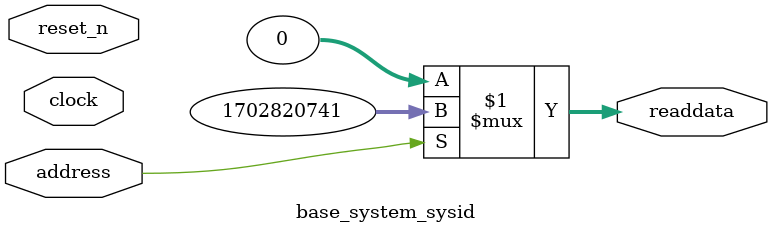
<source format=v>



// synthesis translate_off
`timescale 1ns / 1ps
// synthesis translate_on

// turn off superfluous verilog processor warnings 
// altera message_level Level1 
// altera message_off 10034 10035 10036 10037 10230 10240 10030 

module base_system_sysid (
               // inputs:
                address,
                clock,
                reset_n,

               // outputs:
                readdata
             )
;

  output  [ 31: 0] readdata;
  input            address;
  input            clock;
  input            reset_n;

  wire    [ 31: 0] readdata;
  //control_slave, which is an e_avalon_slave
  assign readdata = address ? 1702820741 : 0;

endmodule



</source>
